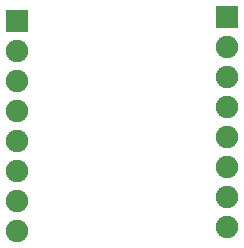
<source format=gbr>
G04 DipTrace 3.1.0.1*
G04 BottomMask.gbr*
%MOIN*%
G04 #@! TF.FileFunction,Soldermask,Bot*
G04 #@! TF.Part,Single*
%ADD31C,0.074929*%
%ADD33R,0.074929X0.074929*%
%FSLAX26Y26*%
G04*
G70*
G90*
G75*
G01*
G04 BotMask*
%LPD*%
D33*
X494000Y1231500D3*
D31*
Y1131500D3*
Y1031500D3*
Y931500D3*
Y831500D3*
Y731500D3*
Y631500D3*
Y531500D3*
D33*
X1193990Y1244000D3*
D31*
Y1144000D3*
Y1044000D3*
Y944000D3*
Y844000D3*
Y744000D3*
Y644000D3*
Y544000D3*
M02*

</source>
